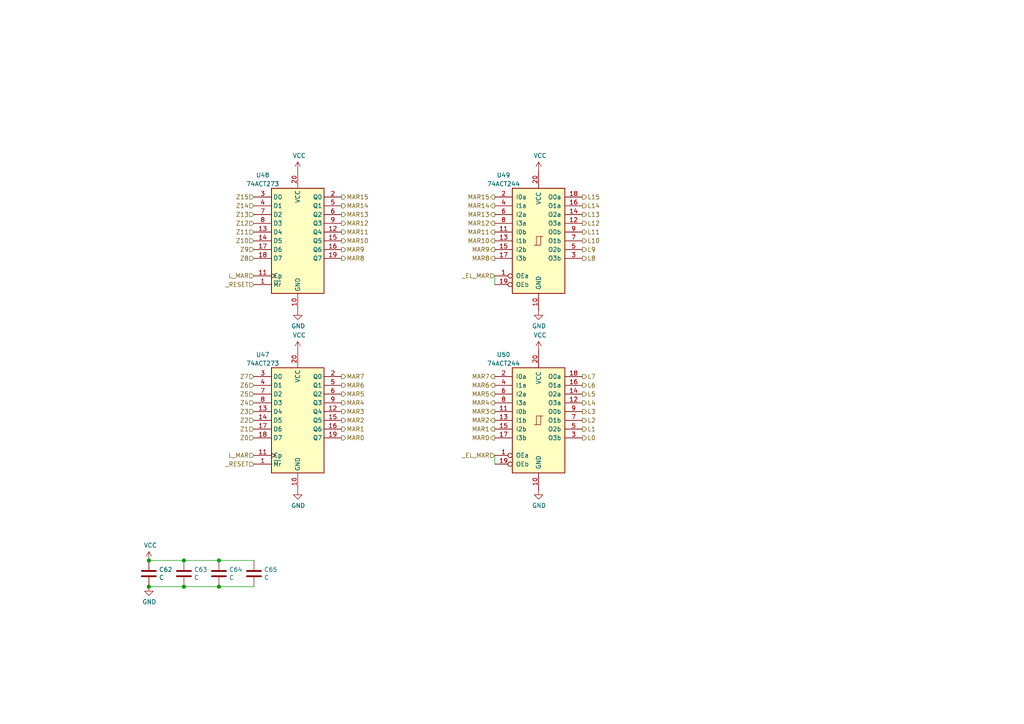
<source format=kicad_sch>
(kicad_sch (version 20200828) (generator eeschema)
  (page 6 7)
  (paper "A4")
  (lib_symbols
    (symbol "74xx:74LS244" (pin_names (offset 1.016))
      (property "Reference" "U" (at -7.62 16.51 0))
      (property "Value" "74LS244" (at -7.62 -16.51 0))
      (symbol "74LS244_1_1"
        (rectangle (start -7.62 15.24) (end 7.62 -15.24) (stroke (width 0.254)) (fill (type background)))
      )
      (symbol "74LS244_1_0"
        (polyline (pts (xy -0.635 -1.27) (xy -0.635 1.27) (xy 0.635 1.27)))
        (polyline (pts (xy -1.27 -1.27) (xy 0.635 -1.27) (xy 0.635 1.27) (xy 1.27 1.27)))
        (pin input inverted (at -12.7 -10.16 0) (length 5.08) (name "OEa") (number "1"))
        (pin power_in line (at 0 -20.32 90) (length 5.08) (name "GND") (number "10"))
        (pin input line (at -12.7 2.54 0) (length 5.08) (name "I0b") (number "11"))
        (pin tri_state line (at 12.7 5.08 180) (length 5.08) (name "O3a") (number "12"))
        (pin input line (at -12.7 0 0) (length 5.08) (name "I1b") (number "13"))
        (pin tri_state line (at 12.7 7.62 180) (length 5.08) (name "O2a") (number "14"))
        (pin input line (at -12.7 -2.54 0) (length 5.08) (name "I2b") (number "15"))
        (pin tri_state line (at 12.7 10.16 180) (length 5.08) (name "O1a") (number "16"))
        (pin input line (at -12.7 -5.08 0) (length 5.08) (name "I3b") (number "17"))
        (pin tri_state line (at 12.7 12.7 180) (length 5.08) (name "O0a") (number "18"))
        (pin input inverted (at -12.7 -12.7 0) (length 5.08) (name "OEb") (number "19"))
        (pin input line (at -12.7 12.7 0) (length 5.08) (name "I0a") (number "2"))
        (pin power_in line (at 0 20.32 270) (length 5.08) (name "VCC") (number "20"))
        (pin tri_state line (at 12.7 -5.08 180) (length 5.08) (name "O3b") (number "3"))
        (pin input line (at -12.7 10.16 0) (length 5.08) (name "I1a") (number "4"))
        (pin tri_state line (at 12.7 -2.54 180) (length 5.08) (name "O2b") (number "5"))
        (pin input line (at -12.7 7.62 0) (length 5.08) (name "I2a") (number "6"))
        (pin tri_state line (at 12.7 0 180) (length 5.08) (name "O1b") (number "7"))
        (pin input line (at -12.7 5.08 0) (length 5.08) (name "I3a") (number "8"))
        (pin tri_state line (at 12.7 2.54 180) (length 5.08) (name "O0b") (number "9"))
      )
    )
    (symbol "74xx:74LS273"
      (property "Reference" "U" (at -7.62 16.51 0))
      (property "Value" "74LS273" (at -7.62 -16.51 0))
      (symbol "74LS273_1_1"
        (rectangle (start -7.62 15.24) (end 7.62 -15.24) (stroke (width 0.254)) (fill (type background)))
      )
      (symbol "74LS273_1_0"
        (pin input line (at -12.7 -12.7 0) (length 5.08) (name "~Mr") (number "1"))
        (pin power_in line (at 0 -20.32 90) (length 5.08) (name "GND") (number "10"))
        (pin input clock (at -12.7 -10.16 0) (length 5.08) (name "Cp") (number "11"))
        (pin output line (at 12.7 2.54 180) (length 5.08) (name "Q4") (number "12"))
        (pin input line (at -12.7 2.54 0) (length 5.08) (name "D4") (number "13"))
        (pin input line (at -12.7 0 0) (length 5.08) (name "D5") (number "14"))
        (pin output line (at 12.7 0 180) (length 5.08) (name "Q5") (number "15"))
        (pin output line (at 12.7 -2.54 180) (length 5.08) (name "Q6") (number "16"))
        (pin input line (at -12.7 -2.54 0) (length 5.08) (name "D6") (number "17"))
        (pin input line (at -12.7 -5.08 0) (length 5.08) (name "D7") (number "18"))
        (pin output line (at 12.7 -5.08 180) (length 5.08) (name "Q7") (number "19"))
        (pin output line (at 12.7 12.7 180) (length 5.08) (name "Q0") (number "2"))
        (pin power_in line (at 0 20.32 270) (length 5.08) (name "VCC") (number "20"))
        (pin input line (at -12.7 12.7 0) (length 5.08) (name "D0") (number "3"))
        (pin input line (at -12.7 10.16 0) (length 5.08) (name "D1") (number "4"))
        (pin output line (at 12.7 10.16 180) (length 5.08) (name "Q1") (number "5"))
        (pin output line (at 12.7 7.62 180) (length 5.08) (name "Q2") (number "6"))
        (pin input line (at -12.7 7.62 0) (length 5.08) (name "D2") (number "7"))
        (pin input line (at -12.7 5.08 0) (length 5.08) (name "D3") (number "8"))
        (pin output line (at 12.7 5.08 180) (length 5.08) (name "Q3") (number "9"))
      )
    )
    (symbol "Device:C" (pin_numbers hide) (pin_names (offset 0.254))
      (property "Reference" "C" (at 0.635 2.54 0))
      (property "Value" "C" (at 0.635 -2.54 0))
      (symbol "C_0_1"
        (polyline (pts (xy -2.032 -0.762) (xy 2.032 -0.762)) (stroke (width 0.508)))
        (polyline (pts (xy -2.032 0.762) (xy 2.032 0.762)) (stroke (width 0.508)))
      )
      (symbol "C_1_1"
        (pin passive line (at 0 3.81 270) (length 2.794) (name "~") (number "1"))
        (pin passive line (at 0 -3.81 90) (length 2.794) (name "~") (number "2"))
      )
    )
    (symbol "power:GND" (power) (pin_names (offset 0))
      (property "Value" "GND" (at 0 -3.81 0))
      (symbol "GND_0_1"
        (polyline (pts (xy 0 0) (xy 0 -1.27) (xy 1.27 -1.27) (xy 0 -2.54) (xy -1.27 -1.27) (xy 0 -1.27)))
      )
      (symbol "GND_1_1"
        (pin power_in line (at 0 0 270) (length 0) hide (name "GND") (number "1"))
      )
    )
    (symbol "power:VCC" (power) (pin_names (offset 0))
      (property "Value" "VCC" (at 0 3.81 0))
      (symbol "VCC_0_1"
        (polyline (pts (xy -0.762 1.27) (xy 0 2.54)))
        (polyline (pts (xy 0 0) (xy 0 2.54)))
        (polyline (pts (xy 0 2.54) (xy 0.762 1.27)))
      )
      (symbol "VCC_1_1"
        (pin power_in line (at 0 0 90) (length 0) hide (name "VCC") (number "1"))
      )
    )
  )
  (junction (at 43.18 162.56) (diameter 1.016))
  (junction (at 43.18 170.18) (diameter 1.016))
  (junction (at 53.34 162.56) (diameter 1.016))
  (junction (at 53.34 170.18) (diameter 1.016))
  (junction (at 63.5 162.56) (diameter 1.016))
  (junction (at 63.5 170.18) (diameter 1.016))
  (wire (pts (xy 43.18 170.18) (xy 53.34 170.18)))
  (wire (pts (xy 53.34 162.56) (xy 43.18 162.56)))
  (wire (pts (xy 53.34 170.18) (xy 63.5 170.18)))
  (wire (pts (xy 63.5 162.56) (xy 53.34 162.56)))
  (wire (pts (xy 63.5 170.18) (xy 73.66 170.18)))
  (wire (pts (xy 73.66 162.56) (xy 63.5 162.56)))
  (wire (pts (xy 143.51 80.01) (xy 143.51 82.55)))
  (wire (pts (xy 143.51 132.08) (xy 143.51 134.62)))
  (hierarchical_label "Z15" (shape input) (at 73.66 57.15 180))
  (hierarchical_label "Z14" (shape input) (at 73.66 59.69 180))
  (hierarchical_label "Z13" (shape input) (at 73.66 62.23 180))
  (hierarchical_label "Z12" (shape input) (at 73.66 64.77 180))
  (hierarchical_label "Z11" (shape input) (at 73.66 67.31 180))
  (hierarchical_label "Z10" (shape input) (at 73.66 69.85 180))
  (hierarchical_label "Z9" (shape input) (at 73.66 72.39 180))
  (hierarchical_label "Z8" (shape input) (at 73.66 74.93 180))
  (hierarchical_label "L_MAR" (shape input) (at 73.66 80.01 180))
  (hierarchical_label "_RESET" (shape input) (at 73.66 82.55 180))
  (hierarchical_label "Z7" (shape input) (at 73.66 109.22 180))
  (hierarchical_label "Z6" (shape input) (at 73.66 111.76 180))
  (hierarchical_label "Z5" (shape input) (at 73.66 114.3 180))
  (hierarchical_label "Z4" (shape input) (at 73.66 116.84 180))
  (hierarchical_label "Z3" (shape input) (at 73.66 119.38 180))
  (hierarchical_label "Z2" (shape input) (at 73.66 121.92 180))
  (hierarchical_label "Z1" (shape input) (at 73.66 124.46 180))
  (hierarchical_label "Z0" (shape input) (at 73.66 127 180))
  (hierarchical_label "L_MAR" (shape input) (at 73.66 132.08 180))
  (hierarchical_label "_RESET" (shape input) (at 73.66 134.62 180))
  (hierarchical_label "MAR15" (shape output) (at 99.06 57.15 0))
  (hierarchical_label "MAR14" (shape output) (at 99.06 59.69 0))
  (hierarchical_label "MAR13" (shape output) (at 99.06 62.23 0))
  (hierarchical_label "MAR12" (shape output) (at 99.06 64.77 0))
  (hierarchical_label "MAR11" (shape output) (at 99.06 67.31 0))
  (hierarchical_label "MAR10" (shape output) (at 99.06 69.85 0))
  (hierarchical_label "MAR9" (shape output) (at 99.06 72.39 0))
  (hierarchical_label "MAR8" (shape output) (at 99.06 74.93 0))
  (hierarchical_label "MAR7" (shape output) (at 99.06 109.22 0))
  (hierarchical_label "MAR6" (shape output) (at 99.06 111.76 0))
  (hierarchical_label "MAR5" (shape output) (at 99.06 114.3 0))
  (hierarchical_label "MAR4" (shape output) (at 99.06 116.84 0))
  (hierarchical_label "MAR3" (shape output) (at 99.06 119.38 0))
  (hierarchical_label "MAR2" (shape output) (at 99.06 121.92 0))
  (hierarchical_label "MAR1" (shape output) (at 99.06 124.46 0))
  (hierarchical_label "MAR0" (shape output) (at 99.06 127 0))
  (hierarchical_label "MAR15" (shape output) (at 143.51 57.15 180))
  (hierarchical_label "MAR14" (shape output) (at 143.51 59.69 180))
  (hierarchical_label "MAR13" (shape output) (at 143.51 62.23 180))
  (hierarchical_label "MAR12" (shape output) (at 143.51 64.77 180))
  (hierarchical_label "MAR11" (shape output) (at 143.51 67.31 180))
  (hierarchical_label "MAR10" (shape output) (at 143.51 69.85 180))
  (hierarchical_label "MAR9" (shape output) (at 143.51 72.39 180))
  (hierarchical_label "MAR8" (shape output) (at 143.51 74.93 180))
  (hierarchical_label "_EL_MAR" (shape input) (at 143.51 80.01 180))
  (hierarchical_label "MAR7" (shape output) (at 143.51 109.22 180))
  (hierarchical_label "MAR6" (shape output) (at 143.51 111.76 180))
  (hierarchical_label "MAR5" (shape output) (at 143.51 114.3 180))
  (hierarchical_label "MAR4" (shape output) (at 143.51 116.84 180))
  (hierarchical_label "MAR3" (shape output) (at 143.51 119.38 180))
  (hierarchical_label "MAR2" (shape output) (at 143.51 121.92 180))
  (hierarchical_label "MAR1" (shape output) (at 143.51 124.46 180))
  (hierarchical_label "MAR0" (shape output) (at 143.51 127 180))
  (hierarchical_label "_EL_MAR" (shape input) (at 143.51 132.08 180))
  (hierarchical_label "L15" (shape output) (at 168.91 57.15 0))
  (hierarchical_label "L14" (shape output) (at 168.91 59.69 0))
  (hierarchical_label "L13" (shape output) (at 168.91 62.23 0))
  (hierarchical_label "L12" (shape output) (at 168.91 64.77 0))
  (hierarchical_label "L11" (shape output) (at 168.91 67.31 0))
  (hierarchical_label "L10" (shape output) (at 168.91 69.85 0))
  (hierarchical_label "L9" (shape output) (at 168.91 72.39 0))
  (hierarchical_label "L8" (shape output) (at 168.91 74.93 0))
  (hierarchical_label "L7" (shape output) (at 168.91 109.22 0))
  (hierarchical_label "L6" (shape output) (at 168.91 111.76 0))
  (hierarchical_label "L5" (shape output) (at 168.91 114.3 0))
  (hierarchical_label "L4" (shape output) (at 168.91 116.84 0))
  (hierarchical_label "L3" (shape output) (at 168.91 119.38 0))
  (hierarchical_label "L2" (shape output) (at 168.91 121.92 0))
  (hierarchical_label "L1" (shape output) (at 168.91 124.46 0))
  (hierarchical_label "L0" (shape output) (at 168.91 127 0))
  (symbol (lib_id "power:VCC") (at 43.18 162.56 0) (unit 1)
    (property "Reference" "#PWR0243" (effects hide))
    (property "Value" "VCC" (at 43.6118 158.1658 0))
  )
  (symbol (lib_id "power:VCC") (at 86.36 49.53 0) (unit 1)
    (property "Reference" "#PWR0235" (effects hide))
    (property "Value" "VCC" (at 86.7918 45.1358 0))
  )
  (symbol (lib_id "power:VCC") (at 86.36 101.6 0) (unit 1)
    (property "Reference" "#PWR0239" (effects hide))
    (property "Value" "VCC" (at 86.7918 97.2058 0))
  )
  (symbol (lib_id "power:VCC") (at 156.21 49.53 0) (unit 1)
    (property "Reference" "#PWR0236" (effects hide))
    (property "Value" "VCC" (at 156.6418 45.1358 0))
  )
  (symbol (lib_id "power:VCC") (at 156.21 101.6 0) (unit 1)
    (property "Reference" "#PWR0240" (effects hide))
    (property "Value" "VCC" (at 156.6418 97.2058 0))
  )
  (symbol (lib_id "power:GND") (at 43.18 170.18 0) (unit 1)
    (property "Reference" "#PWR0244" (effects hide))
    (property "Value" "GND" (at 43.307 174.5742 0))
  )
  (symbol (lib_id "power:GND") (at 86.36 90.17 0) (unit 1)
    (property "Reference" "#PWR0237" (effects hide))
    (property "Value" "GND" (at 86.487 94.5642 0))
  )
  (symbol (lib_id "power:GND") (at 86.36 142.24 0) (unit 1)
    (property "Reference" "#PWR0241" (effects hide))
    (property "Value" "GND" (at 86.487 146.6342 0))
  )
  (symbol (lib_id "power:GND") (at 156.21 90.17 0) (unit 1)
    (property "Reference" "#PWR0238" (effects hide))
    (property "Value" "GND" (at 156.337 94.5642 0))
  )
  (symbol (lib_id "power:GND") (at 156.21 142.24 0) (unit 1)
    (property "Reference" "#PWR0242" (effects hide))
    (property "Value" "GND" (at 156.337 146.6342 0))
  )
  (symbol (lib_id "Device:C") (at 43.18 166.37 0) (unit 1)
    (property "Reference" "C62" (at 46.101 165.2016 0) (effects (justify left)))
    (property "Value" "C" (at 46.101 167.513 0) (effects (justify left)))
    (property "Footprint" "Capacitor_SMD:C_1206_3216Metric" (effects hide))
  )
  (symbol (lib_id "Device:C") (at 53.34 166.37 0) (unit 1)
    (property "Reference" "C63" (at 56.261 165.2016 0) (effects (justify left)))
    (property "Value" "C" (at 56.261 167.513 0) (effects (justify left)))
    (property "Footprint" "Capacitor_SMD:C_1206_3216Metric" (effects hide))
  )
  (symbol (lib_id "Device:C") (at 63.5 166.37 0) (unit 1)
    (property "Reference" "C64" (at 66.421 165.2016 0) (effects (justify left)))
    (property "Value" "C" (at 66.421 167.513 0) (effects (justify left)))
    (property "Footprint" "Capacitor_SMD:C_1206_3216Metric" (effects hide))
  )
  (symbol (lib_id "Device:C") (at 73.66 166.37 0) (unit 1)
    (property "Reference" "C65" (at 76.581 165.2016 0) (effects (justify left)))
    (property "Value" "C" (at 76.581 167.513 0) (effects (justify left)))
    (property "Footprint" "Capacitor_SMD:C_1206_3216Metric" (effects hide))
  )
  (symbol (lib_id "74xx:74LS273") (at 86.36 69.85 0) (unit 1)
    (property "Reference" "U48" (at 76.2 50.8 0))
    (property "Value" "74ACT273" (at 76.2 53.34 0))
    (property "Footprint" "Package_SO:SOIC-20W_7.5x12.8mm_P1.27mm" (effects hide))
    (property "Datasheet" "http://www.ti.com/lit/gpn/sn74LS273" (effects hide))
  )
  (symbol (lib_id "74xx:74LS273") (at 86.36 121.92 0) (unit 1)
    (property "Reference" "U47" (at 76.2 102.87 0))
    (property "Value" "74ACT273" (at 76.2 105.41 0))
    (property "Footprint" "Package_SO:SOIC-20W_7.5x12.8mm_P1.27mm" (effects hide))
    (property "Datasheet" "http://www.ti.com/lit/gpn/sn74LS273" (effects hide))
  )
  (symbol (lib_id "74xx:74LS244") (at 156.21 69.85 0) (unit 1)
    (property "Reference" "U49" (at 146.05 50.8 0))
    (property "Value" "74ACT244" (at 146.05 53.34 0))
    (property "Footprint" "Package_SO:SOIC-20W_7.5x12.8mm_P1.27mm" (effects hide))
    (property "Datasheet" "http://www.ti.com/lit/gpn/sn74LS244" (effects hide))
  )
  (symbol (lib_id "74xx:74LS244") (at 156.21 121.92 0) (unit 1)
    (property "Reference" "U50" (at 146.05 102.87 0))
    (property "Value" "74ACT244" (at 146.05 105.41 0))
    (property "Footprint" "Package_SO:SOIC-20W_7.5x12.8mm_P1.27mm" (effects hide))
    (property "Datasheet" "http://www.ti.com/lit/gpn/sn74LS244" (effects hide))
  )
)
</source>
